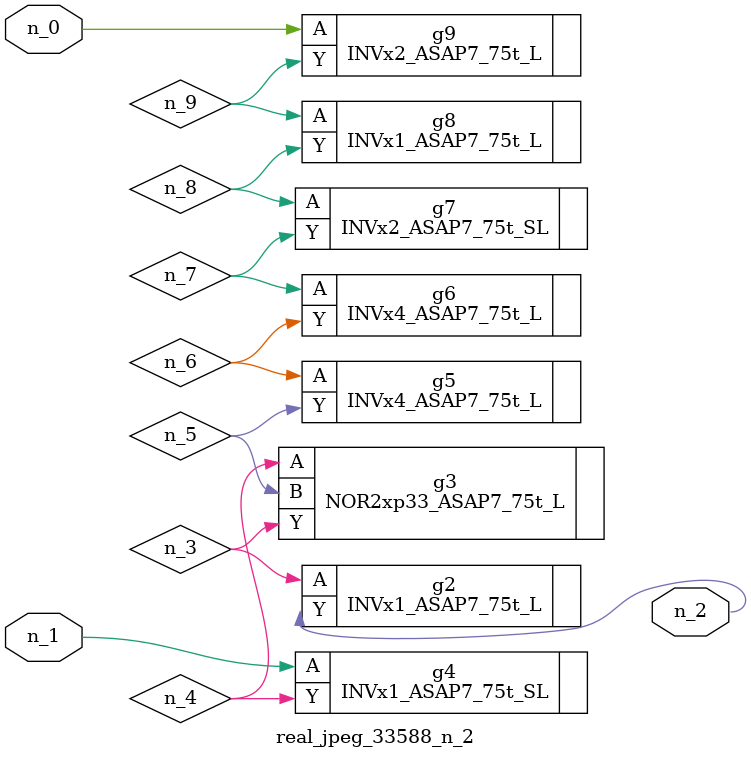
<source format=v>
module real_jpeg_33588_n_2 (n_1, n_0, n_2);

input n_1;
input n_0;

output n_2;

wire n_5;
wire n_4;
wire n_8;
wire n_6;
wire n_7;
wire n_3;
wire n_9;

INVx2_ASAP7_75t_L g9 ( 
.A(n_0),
.Y(n_9)
);

INVx1_ASAP7_75t_SL g4 ( 
.A(n_1),
.Y(n_4)
);

INVx1_ASAP7_75t_L g2 ( 
.A(n_3),
.Y(n_2)
);

NOR2xp33_ASAP7_75t_L g3 ( 
.A(n_4),
.B(n_5),
.Y(n_3)
);

INVx4_ASAP7_75t_L g5 ( 
.A(n_6),
.Y(n_5)
);

INVx4_ASAP7_75t_L g6 ( 
.A(n_7),
.Y(n_6)
);

INVx2_ASAP7_75t_SL g7 ( 
.A(n_8),
.Y(n_7)
);

INVx1_ASAP7_75t_L g8 ( 
.A(n_9),
.Y(n_8)
);


endmodule
</source>
